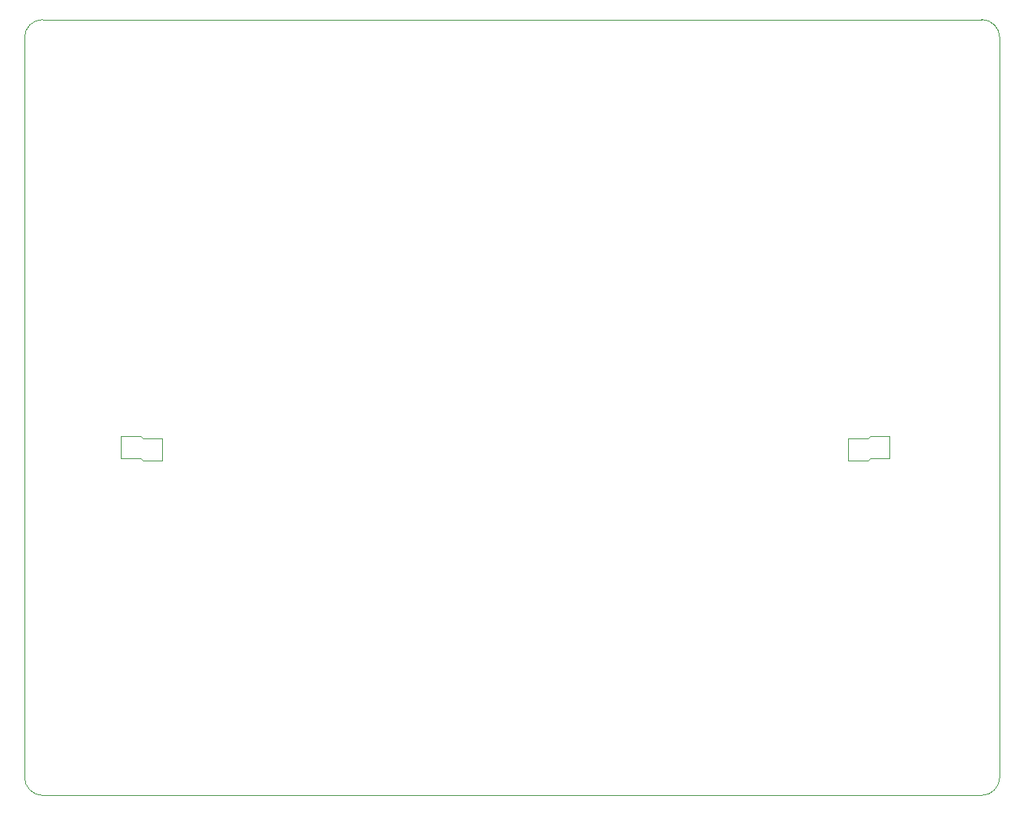
<source format=gbr>
%TF.GenerationSoftware,KiCad,Pcbnew,8.0.7*%
%TF.CreationDate,2025-01-12T16:59:09-05:00*%
%TF.ProjectId,rasgueado,72617367-7565-4616-946f-2e6b69636164,rev?*%
%TF.SameCoordinates,Original*%
%TF.FileFunction,Profile,NP*%
%FSLAX46Y46*%
G04 Gerber Fmt 4.6, Leading zero omitted, Abs format (unit mm)*
G04 Created by KiCad (PCBNEW 8.0.7) date 2025-01-12 16:59:09*
%MOMM*%
%LPD*%
G01*
G04 APERTURE LIST*
%TA.AperFunction,Profile*%
%ADD10C,0.050000*%
%TD*%
%TA.AperFunction,Profile*%
%ADD11C,0.100000*%
%TD*%
G04 APERTURE END LIST*
D10*
X95250000Y-64003600D02*
G75*
G02*
X97250000Y-62003600I2000000J0D01*
G01*
D11*
X108331000Y-110871000D02*
X108077000Y-110617000D01*
X191008000Y-110617000D02*
X188849000Y-110617000D01*
X110490000Y-110871000D02*
X110490000Y-108458000D01*
X108077000Y-108204000D02*
X105918000Y-108204000D01*
D10*
X95250000Y-64003600D02*
X95250000Y-146003600D01*
X97250000Y-148003600D02*
X201200000Y-148003600D01*
D11*
X110490000Y-110871000D02*
X108331000Y-110871000D01*
D10*
X203200000Y-64003600D02*
X203200000Y-146003600D01*
D11*
X191008000Y-108204000D02*
X188849000Y-108204000D01*
X188595000Y-110871000D02*
X186436000Y-110871000D01*
D10*
X201200000Y-62003600D02*
G75*
G02*
X203200000Y-64003600I0J-2000000D01*
G01*
X97250000Y-62003600D02*
X201200000Y-62003600D01*
D11*
X108077000Y-110617000D02*
X105918000Y-110617000D01*
D10*
X97250000Y-148003600D02*
G75*
G02*
X95250000Y-146003600I0J2000000D01*
G01*
D11*
X105918000Y-110617000D02*
X105918000Y-108204000D01*
X110490000Y-108458000D02*
X108331000Y-108458000D01*
X108331000Y-108458000D02*
X108077000Y-108204000D01*
X188849000Y-110617000D02*
X188595000Y-110871000D01*
D10*
X203200000Y-146003600D02*
G75*
G02*
X201200000Y-148003600I-2000000J0D01*
G01*
D11*
X191008000Y-110617000D02*
X191008000Y-108204000D01*
X188849000Y-108204000D02*
X188595000Y-108458000D01*
X186436000Y-110871000D02*
X186436000Y-108458000D01*
X188595000Y-108458000D02*
X186436000Y-108458000D01*
M02*

</source>
